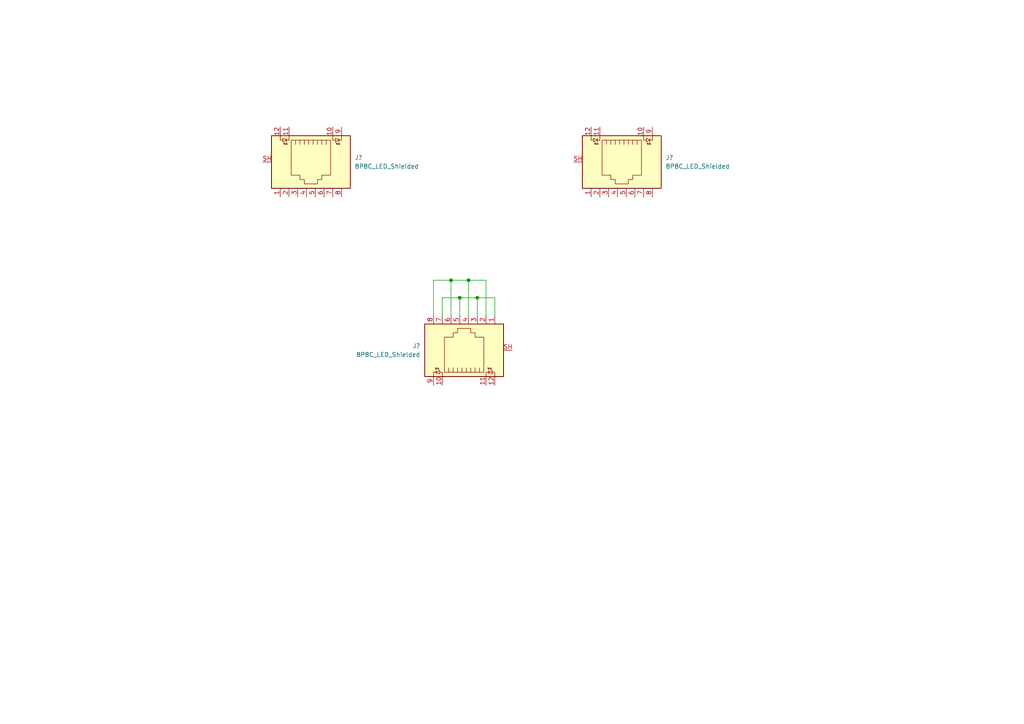
<source format=kicad_sch>
(kicad_sch (version 20230121) (generator eeschema)
  (paper "A4")
  (lib_symbols
    (symbol "Connector:8P8C_LED_Shielded" (pin_names (offset 1.016))
      (property "Reference" "J" (at -5.08 13.97 0))
      (property "Value" "8P8C_LED_Shielded" (at 1.27 13.97 0))
      (symbol "8P8C_LED_Shielded_0_1"
        (polyline (pts (xy -7.62 -7.62) (xy -6.35 -7.62)))
        (polyline (pts (xy -7.62 -5.08) (xy -6.35 -5.08)))
        (polyline (pts (xy -7.62 7.62) (xy -6.35 7.62)))
        (polyline (pts (xy -7.62 10.16) (xy -6.35 10.16)))
        (polyline (pts (xy -6.858 -5.842) (xy -5.842 -5.842)))
        (polyline (pts (xy -6.858 9.398) (xy -5.842 9.398)))
        (polyline (pts (xy -6.35 -7.62) (xy -6.35 -6.858)))
        (polyline (pts (xy -6.35 -5.08) (xy -6.35 -5.842)))
        (polyline (pts (xy -6.35 7.62) (xy -6.35 8.382)))
        (polyline (pts (xy -6.35 10.16) (xy -6.35 9.398)))
        (polyline (pts (xy -5.08 -6.223) (xy -5.207 -6.604)))
        (polyline (pts (xy -5.08 -5.588) (xy -5.207 -5.969)))
        (polyline (pts (xy -5.08 4.445) (xy -6.35 4.445)))
        (polyline (pts (xy -5.08 5.715) (xy -6.35 5.715)))
        (polyline (pts (xy -5.08 9.017) (xy -5.207 8.636)))
        (polyline (pts (xy -5.08 9.652) (xy -5.207 9.271)))
        (polyline (pts (xy -6.35 -3.175) (xy -5.08 -3.175) (xy -5.08 -3.175)))
        (polyline (pts (xy -6.35 -1.905) (xy -5.08 -1.905) (xy -5.08 -1.905)))
        (polyline (pts (xy -6.35 -0.635) (xy -5.08 -0.635) (xy -5.08 -0.635)))
        (polyline (pts (xy -6.35 0.635) (xy -5.08 0.635) (xy -5.08 0.635)))
        (polyline (pts (xy -6.35 1.905) (xy -5.08 1.905) (xy -5.08 1.905)))
        (polyline (pts (xy -5.588 -6.731) (xy -5.08 -6.223) (xy -5.461 -6.35)))
        (polyline (pts (xy -5.588 -6.096) (xy -5.08 -5.588) (xy -5.461 -5.715)))
        (polyline (pts (xy -5.588 8.509) (xy -5.08 9.017) (xy -5.461 8.89)))
        (polyline (pts (xy -5.588 9.144) (xy -5.08 9.652) (xy -5.461 9.525)))
        (polyline (pts (xy -5.08 3.175) (xy -6.35 3.175) (xy -6.35 3.175)))
        (polyline (pts (xy -6.35 -5.842) (xy -6.858 -6.858) (xy -5.842 -6.858) (xy -6.35 -5.842)))
        (polyline (pts (xy -6.35 9.398) (xy -6.858 8.382) (xy -5.842 8.382) (xy -6.35 9.398)))
        (polyline (pts (xy -6.35 -4.445) (xy -6.35 6.985) (xy 3.81 6.985) (xy 3.81 4.445) (xy 5.08 4.445) (xy 5.08 3.175) (xy 6.35 3.175) (xy 6.35 -0.635) (xy 5.08 -0.635) (xy 5.08 -1.905) (xy 3.81 -1.905) (xy 3.81 -4.445) (xy -6.35 -4.445) (xy -6.35 -4.445)))
        (rectangle (start 7.62 12.7) (end -7.62 -10.16) (stroke (width 0.254)) (fill (type background)))
      )
      (symbol "8P8C_LED_Shielded_1_1"
        (pin passive line (at 10.16 -7.62 180) (length 2.54) (name "~") (number "1"))
        (pin passive line (at -10.16 7.62 0) (length 2.54) (name "~") (number "10"))
        (pin passive line (at -10.16 -5.08 0) (length 2.54) (name "~") (number "11"))
        (pin passive line (at -10.16 -7.62 0) (length 2.54) (name "~") (number "12"))
        (pin passive line (at 10.16 -5.08 180) (length 2.54) (name "~") (number "2"))
        (pin passive line (at 10.16 -2.54 180) (length 2.54) (name "~") (number "3"))
        (pin passive line (at 10.16 0 180) (length 2.54) (name "~") (number "4"))
        (pin passive line (at 10.16 2.54 180) (length 2.54) (name "~") (number "5"))
        (pin passive line (at 10.16 5.08 180) (length 2.54) (name "~") (number "6"))
        (pin passive line (at 10.16 7.62 180) (length 2.54) (name "~") (number "7"))
        (pin passive line (at 10.16 10.16 180) (length 2.54) (name "~") (number "8"))
        (pin passive line (at -10.16 10.16 0) (length 2.54) (name "~") (number "9"))
        (pin passive line (at 0 -12.7 90) (length 2.54) (name "~") (number "SH"))
      )
    )
  )
  (junction (at 133.35 86.36))
  (junction (at 130.81 81.28))
  (junction (at 138.43 86.36))
  (junction (at 135.89 81.28))
  (wire (pts (xy 133.35 86.36) (xy 138.43 86.36)))
  (wire (pts (xy 143.51 86.36) (xy 138.43 86.36)))
  (wire (pts (xy 135.89 81.28) (xy 130.81 81.28)))
  (wire (pts (xy 130.81 81.28) (xy 130.81 91.44)))
  (wire (pts (xy 128.27 91.44) (xy 128.27 86.36)))
  (wire (pts (xy 140.97 81.28) (xy 135.89 81.28)))
  (wire (pts (xy 125.73 81.28) (xy 125.73 91.44)))
  (wire (pts (xy 135.89 81.28) (xy 135.89 91.44)))
  (wire (pts (xy 133.35 91.44) (xy 133.35 86.36)))
  (wire (pts (xy 138.43 86.36) (xy 138.43 91.44)))
  (wire (pts (xy 140.97 91.44) (xy 140.97 81.28)))
  (wire (pts (xy 128.27 86.36) (xy 133.35 86.36)))
  (wire (pts (xy 143.51 91.44) (xy 143.51 86.36)))
  (wire (pts (xy 130.81 81.28) (xy 125.73 81.28)))
  (symbol (lib_id "Connector:8P8C_LED_Shielded") (at 88.9 46.99 270) (unit 1)
    (property "Reference" "J?" (at 102.87 45.72 90) (effects (justify left)))
    (property "Value" "8P8C_LED_Shielded" (at 102.87 48.26 90) (effects (justify left)))
    (property "Footprint" "OpenPEMFfp:C386757" (effects hide))
    (property "Field4" "C386757" (effects hide))
  )
  (symbol (lib_id "Connector:8P8C_LED_Shielded") (at 135.89 101.6 90) (unit 1)
    (property "Reference" "J?" (at 121.92 100.33 90) (effects (justify left)))
    (property "Value" "8P8C_LED_Shielded" (at 121.92 102.87 90) (effects (justify left)))
    (property "Footprint" "OpenPEMFfp:C386757" (effects hide))
    (property "Field4" "C386757" (effects hide))
  )
  (symbol (lib_id "Connector:8P8C_LED_Shielded") (at 179.07 46.99 270) (unit 1)
    (property "Reference" "J?" (at 193.04 45.72 90) (effects (justify left)))
    (property "Value" "8P8C_LED_Shielded" (at 193.04 48.26 90) (effects (justify left)))
    (property "Footprint" "OpenPEMFfp:C386757" (effects hide))
    (property "Field4" "C386757" (effects hide))
  )
)
</source>
